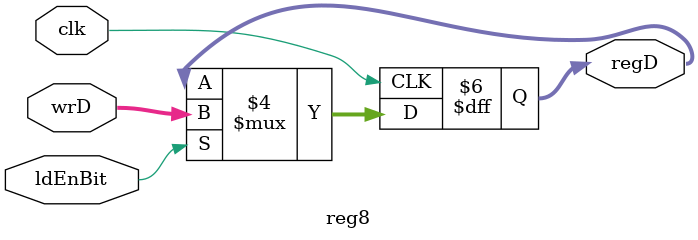
<source format=v>
module reg8(
	wrD,
	regD,
	ldEnBit,
	clk
	);
//-----------Input Ports---------------
	input clk, ldEnBit;
	input [7:0] wrD;
//-----------Output Ports---------------
	output reg [7:0]regD; 

//main
	initial regD = 1'h0;
	always@(posedge clk) begin
		if(ldEnBit)begin regD = wrD; end
	end
endmodule

</source>
